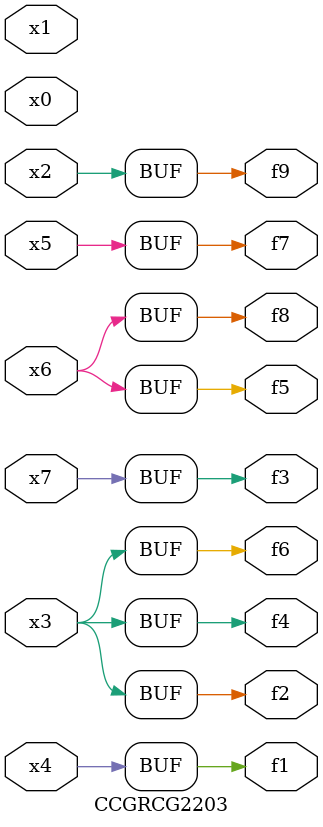
<source format=v>
module CCGRCG2203(
	input x0, x1, x2, x3, x4, x5, x6, x7,
	output f1, f2, f3, f4, f5, f6, f7, f8, f9
);
	assign f1 = x4;
	assign f2 = x3;
	assign f3 = x7;
	assign f4 = x3;
	assign f5 = x6;
	assign f6 = x3;
	assign f7 = x5;
	assign f8 = x6;
	assign f9 = x2;
endmodule

</source>
